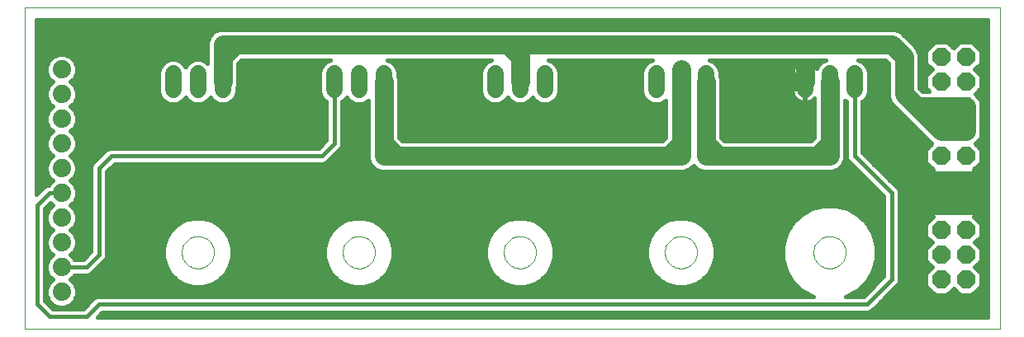
<source format=gbl>
G75*
%MOIN*%
%OFA0B0*%
%FSLAX24Y24*%
%IPPOS*%
%LPD*%
%AMOC8*
5,1,8,0,0,1.08239X$1,22.5*
%
%ADD10C,0.0000*%
%ADD11C,0.0660*%
%ADD12OC8,0.0740*%
%ADD13C,0.0740*%
%ADD14C,0.0760*%
%ADD15C,0.0160*%
%ADD16R,0.1660X0.1660*%
D10*
X000180Y000180D02*
X000180Y013176D01*
X039550Y013176D01*
X039550Y000180D01*
X000180Y000180D01*
X006530Y003280D02*
X006532Y003330D01*
X006538Y003380D01*
X006548Y003430D01*
X006561Y003478D01*
X006578Y003526D01*
X006599Y003572D01*
X006623Y003616D01*
X006651Y003658D01*
X006682Y003698D01*
X006716Y003735D01*
X006753Y003770D01*
X006792Y003801D01*
X006833Y003830D01*
X006877Y003855D01*
X006923Y003877D01*
X006970Y003895D01*
X007018Y003909D01*
X007067Y003920D01*
X007117Y003927D01*
X007167Y003930D01*
X007218Y003929D01*
X007268Y003924D01*
X007318Y003915D01*
X007366Y003903D01*
X007414Y003886D01*
X007460Y003866D01*
X007505Y003843D01*
X007548Y003816D01*
X007588Y003786D01*
X007626Y003753D01*
X007661Y003717D01*
X007694Y003678D01*
X007723Y003637D01*
X007749Y003594D01*
X007772Y003549D01*
X007791Y003502D01*
X007806Y003454D01*
X007818Y003405D01*
X007826Y003355D01*
X007830Y003305D01*
X007830Y003255D01*
X007826Y003205D01*
X007818Y003155D01*
X007806Y003106D01*
X007791Y003058D01*
X007772Y003011D01*
X007749Y002966D01*
X007723Y002923D01*
X007694Y002882D01*
X007661Y002843D01*
X007626Y002807D01*
X007588Y002774D01*
X007548Y002744D01*
X007505Y002717D01*
X007460Y002694D01*
X007414Y002674D01*
X007366Y002657D01*
X007318Y002645D01*
X007268Y002636D01*
X007218Y002631D01*
X007167Y002630D01*
X007117Y002633D01*
X007067Y002640D01*
X007018Y002651D01*
X006970Y002665D01*
X006923Y002683D01*
X006877Y002705D01*
X006833Y002730D01*
X006792Y002759D01*
X006753Y002790D01*
X006716Y002825D01*
X006682Y002862D01*
X006651Y002902D01*
X006623Y002944D01*
X006599Y002988D01*
X006578Y003034D01*
X006561Y003082D01*
X006548Y003130D01*
X006538Y003180D01*
X006532Y003230D01*
X006530Y003280D01*
X013030Y003280D02*
X013032Y003330D01*
X013038Y003380D01*
X013048Y003430D01*
X013061Y003478D01*
X013078Y003526D01*
X013099Y003572D01*
X013123Y003616D01*
X013151Y003658D01*
X013182Y003698D01*
X013216Y003735D01*
X013253Y003770D01*
X013292Y003801D01*
X013333Y003830D01*
X013377Y003855D01*
X013423Y003877D01*
X013470Y003895D01*
X013518Y003909D01*
X013567Y003920D01*
X013617Y003927D01*
X013667Y003930D01*
X013718Y003929D01*
X013768Y003924D01*
X013818Y003915D01*
X013866Y003903D01*
X013914Y003886D01*
X013960Y003866D01*
X014005Y003843D01*
X014048Y003816D01*
X014088Y003786D01*
X014126Y003753D01*
X014161Y003717D01*
X014194Y003678D01*
X014223Y003637D01*
X014249Y003594D01*
X014272Y003549D01*
X014291Y003502D01*
X014306Y003454D01*
X014318Y003405D01*
X014326Y003355D01*
X014330Y003305D01*
X014330Y003255D01*
X014326Y003205D01*
X014318Y003155D01*
X014306Y003106D01*
X014291Y003058D01*
X014272Y003011D01*
X014249Y002966D01*
X014223Y002923D01*
X014194Y002882D01*
X014161Y002843D01*
X014126Y002807D01*
X014088Y002774D01*
X014048Y002744D01*
X014005Y002717D01*
X013960Y002694D01*
X013914Y002674D01*
X013866Y002657D01*
X013818Y002645D01*
X013768Y002636D01*
X013718Y002631D01*
X013667Y002630D01*
X013617Y002633D01*
X013567Y002640D01*
X013518Y002651D01*
X013470Y002665D01*
X013423Y002683D01*
X013377Y002705D01*
X013333Y002730D01*
X013292Y002759D01*
X013253Y002790D01*
X013216Y002825D01*
X013182Y002862D01*
X013151Y002902D01*
X013123Y002944D01*
X013099Y002988D01*
X013078Y003034D01*
X013061Y003082D01*
X013048Y003130D01*
X013038Y003180D01*
X013032Y003230D01*
X013030Y003280D01*
X019530Y003280D02*
X019532Y003330D01*
X019538Y003380D01*
X019548Y003430D01*
X019561Y003478D01*
X019578Y003526D01*
X019599Y003572D01*
X019623Y003616D01*
X019651Y003658D01*
X019682Y003698D01*
X019716Y003735D01*
X019753Y003770D01*
X019792Y003801D01*
X019833Y003830D01*
X019877Y003855D01*
X019923Y003877D01*
X019970Y003895D01*
X020018Y003909D01*
X020067Y003920D01*
X020117Y003927D01*
X020167Y003930D01*
X020218Y003929D01*
X020268Y003924D01*
X020318Y003915D01*
X020366Y003903D01*
X020414Y003886D01*
X020460Y003866D01*
X020505Y003843D01*
X020548Y003816D01*
X020588Y003786D01*
X020626Y003753D01*
X020661Y003717D01*
X020694Y003678D01*
X020723Y003637D01*
X020749Y003594D01*
X020772Y003549D01*
X020791Y003502D01*
X020806Y003454D01*
X020818Y003405D01*
X020826Y003355D01*
X020830Y003305D01*
X020830Y003255D01*
X020826Y003205D01*
X020818Y003155D01*
X020806Y003106D01*
X020791Y003058D01*
X020772Y003011D01*
X020749Y002966D01*
X020723Y002923D01*
X020694Y002882D01*
X020661Y002843D01*
X020626Y002807D01*
X020588Y002774D01*
X020548Y002744D01*
X020505Y002717D01*
X020460Y002694D01*
X020414Y002674D01*
X020366Y002657D01*
X020318Y002645D01*
X020268Y002636D01*
X020218Y002631D01*
X020167Y002630D01*
X020117Y002633D01*
X020067Y002640D01*
X020018Y002651D01*
X019970Y002665D01*
X019923Y002683D01*
X019877Y002705D01*
X019833Y002730D01*
X019792Y002759D01*
X019753Y002790D01*
X019716Y002825D01*
X019682Y002862D01*
X019651Y002902D01*
X019623Y002944D01*
X019599Y002988D01*
X019578Y003034D01*
X019561Y003082D01*
X019548Y003130D01*
X019538Y003180D01*
X019532Y003230D01*
X019530Y003280D01*
X026030Y003280D02*
X026032Y003330D01*
X026038Y003380D01*
X026048Y003430D01*
X026061Y003478D01*
X026078Y003526D01*
X026099Y003572D01*
X026123Y003616D01*
X026151Y003658D01*
X026182Y003698D01*
X026216Y003735D01*
X026253Y003770D01*
X026292Y003801D01*
X026333Y003830D01*
X026377Y003855D01*
X026423Y003877D01*
X026470Y003895D01*
X026518Y003909D01*
X026567Y003920D01*
X026617Y003927D01*
X026667Y003930D01*
X026718Y003929D01*
X026768Y003924D01*
X026818Y003915D01*
X026866Y003903D01*
X026914Y003886D01*
X026960Y003866D01*
X027005Y003843D01*
X027048Y003816D01*
X027088Y003786D01*
X027126Y003753D01*
X027161Y003717D01*
X027194Y003678D01*
X027223Y003637D01*
X027249Y003594D01*
X027272Y003549D01*
X027291Y003502D01*
X027306Y003454D01*
X027318Y003405D01*
X027326Y003355D01*
X027330Y003305D01*
X027330Y003255D01*
X027326Y003205D01*
X027318Y003155D01*
X027306Y003106D01*
X027291Y003058D01*
X027272Y003011D01*
X027249Y002966D01*
X027223Y002923D01*
X027194Y002882D01*
X027161Y002843D01*
X027126Y002807D01*
X027088Y002774D01*
X027048Y002744D01*
X027005Y002717D01*
X026960Y002694D01*
X026914Y002674D01*
X026866Y002657D01*
X026818Y002645D01*
X026768Y002636D01*
X026718Y002631D01*
X026667Y002630D01*
X026617Y002633D01*
X026567Y002640D01*
X026518Y002651D01*
X026470Y002665D01*
X026423Y002683D01*
X026377Y002705D01*
X026333Y002730D01*
X026292Y002759D01*
X026253Y002790D01*
X026216Y002825D01*
X026182Y002862D01*
X026151Y002902D01*
X026123Y002944D01*
X026099Y002988D01*
X026078Y003034D01*
X026061Y003082D01*
X026048Y003130D01*
X026038Y003180D01*
X026032Y003230D01*
X026030Y003280D01*
X032030Y003280D02*
X032032Y003330D01*
X032038Y003380D01*
X032048Y003430D01*
X032061Y003478D01*
X032078Y003526D01*
X032099Y003572D01*
X032123Y003616D01*
X032151Y003658D01*
X032182Y003698D01*
X032216Y003735D01*
X032253Y003770D01*
X032292Y003801D01*
X032333Y003830D01*
X032377Y003855D01*
X032423Y003877D01*
X032470Y003895D01*
X032518Y003909D01*
X032567Y003920D01*
X032617Y003927D01*
X032667Y003930D01*
X032718Y003929D01*
X032768Y003924D01*
X032818Y003915D01*
X032866Y003903D01*
X032914Y003886D01*
X032960Y003866D01*
X033005Y003843D01*
X033048Y003816D01*
X033088Y003786D01*
X033126Y003753D01*
X033161Y003717D01*
X033194Y003678D01*
X033223Y003637D01*
X033249Y003594D01*
X033272Y003549D01*
X033291Y003502D01*
X033306Y003454D01*
X033318Y003405D01*
X033326Y003355D01*
X033330Y003305D01*
X033330Y003255D01*
X033326Y003205D01*
X033318Y003155D01*
X033306Y003106D01*
X033291Y003058D01*
X033272Y003011D01*
X033249Y002966D01*
X033223Y002923D01*
X033194Y002882D01*
X033161Y002843D01*
X033126Y002807D01*
X033088Y002774D01*
X033048Y002744D01*
X033005Y002717D01*
X032960Y002694D01*
X032914Y002674D01*
X032866Y002657D01*
X032818Y002645D01*
X032768Y002636D01*
X032718Y002631D01*
X032667Y002630D01*
X032617Y002633D01*
X032567Y002640D01*
X032518Y002651D01*
X032470Y002665D01*
X032423Y002683D01*
X032377Y002705D01*
X032333Y002730D01*
X032292Y002759D01*
X032253Y002790D01*
X032216Y002825D01*
X032182Y002862D01*
X032151Y002902D01*
X032123Y002944D01*
X032099Y002988D01*
X032078Y003034D01*
X032061Y003082D01*
X032048Y003130D01*
X032038Y003180D01*
X032032Y003230D01*
X032030Y003280D01*
D11*
X031680Y009850D02*
X031680Y010510D01*
X032680Y010510D02*
X032680Y009850D01*
X033680Y009850D02*
X033680Y010510D01*
X027680Y010510D02*
X027680Y009850D01*
X026680Y009850D02*
X026680Y010510D01*
X025680Y010510D02*
X025680Y009850D01*
X021180Y009850D02*
X021180Y010510D01*
X020180Y010510D02*
X020180Y009850D01*
X019180Y009850D02*
X019180Y010510D01*
X014680Y010510D02*
X014680Y009850D01*
X013680Y009850D02*
X013680Y010510D01*
X012680Y010510D02*
X012680Y009850D01*
X008180Y009850D02*
X008180Y010510D01*
X007180Y010510D02*
X007180Y009850D01*
X006180Y009850D02*
X006180Y010510D01*
D12*
X037180Y010180D03*
X038180Y010180D03*
X038180Y011180D03*
X037180Y011180D03*
X037180Y009180D03*
X038180Y009180D03*
X038180Y008180D03*
X037180Y008180D03*
X037180Y007180D03*
X038180Y007180D03*
X038180Y006180D03*
X037180Y006180D03*
X037180Y005180D03*
X038180Y005180D03*
X038180Y004180D03*
X037180Y004180D03*
X037180Y003180D03*
X038180Y003180D03*
X038180Y002180D03*
X037180Y002180D03*
D13*
X001680Y001680D03*
X001680Y002680D03*
X001680Y003680D03*
X001680Y004680D03*
X001680Y005680D03*
X001680Y006680D03*
X001680Y007680D03*
X001680Y008680D03*
X001680Y009680D03*
X001680Y010680D03*
D14*
X008180Y010180D02*
X008180Y011180D01*
X008180Y011680D01*
X008680Y011680D01*
X019680Y011680D01*
X020180Y011680D01*
X035180Y011680D01*
X035680Y011180D01*
X035680Y009680D01*
X036180Y009180D01*
X037180Y008180D01*
X037680Y008680D01*
X037680Y009180D01*
X038180Y009180D01*
X038180Y008180D01*
X037180Y008180D01*
X037180Y009180D01*
X037680Y008680D01*
X037680Y009180D02*
X037180Y009180D01*
X036180Y009180D01*
X032680Y010180D02*
X032680Y007180D01*
X032180Y007180D01*
X028180Y007180D01*
X027680Y007680D01*
X027680Y007180D01*
X028180Y007180D01*
X027680Y007680D02*
X027680Y010180D01*
X026680Y010680D02*
X026680Y007680D01*
X026680Y007180D01*
X026180Y007180D01*
X026680Y007680D01*
X026180Y007180D02*
X015180Y007180D01*
X014680Y007180D01*
X014680Y007680D01*
X015180Y007180D01*
X014680Y007680D02*
X014680Y010180D01*
X019680Y011680D02*
X020180Y011180D01*
X020180Y010180D01*
X020180Y011680D01*
X030680Y010180D02*
X031680Y010180D01*
X031680Y010680D01*
X032680Y010180D02*
X032680Y007680D01*
X032180Y007180D01*
X036180Y006180D02*
X037180Y006180D01*
X038180Y006180D01*
X038180Y005180D01*
X037680Y005680D01*
X037180Y005180D02*
X036180Y005180D01*
X037180Y005180D02*
X037180Y006180D01*
X038180Y006180D02*
X038680Y006180D01*
X038680Y005180D01*
X038180Y005180D01*
X037180Y005180D01*
X008680Y011680D02*
X008180Y011180D01*
D15*
X007560Y011117D02*
X002106Y011117D01*
X002026Y011197D02*
X001801Y011290D01*
X001559Y011290D01*
X001334Y011197D01*
X001163Y011026D01*
X001070Y010801D01*
X001070Y010559D01*
X001163Y010334D01*
X001317Y010180D01*
X001163Y010026D01*
X001070Y009801D01*
X001070Y009559D01*
X001163Y009334D01*
X001317Y009180D01*
X001163Y009026D01*
X001070Y008801D01*
X001070Y008559D01*
X001163Y008334D01*
X001317Y008180D01*
X001163Y008026D01*
X001070Y007801D01*
X001070Y007559D01*
X001163Y007334D01*
X001317Y007180D01*
X001163Y007026D01*
X001070Y006801D01*
X001070Y006559D01*
X001163Y006334D01*
X001317Y006180D01*
X001163Y006026D01*
X001152Y006000D01*
X001116Y006000D01*
X000999Y005951D01*
X000660Y005613D01*
X000660Y012696D01*
X039070Y012696D01*
X039070Y000660D01*
X003113Y000660D01*
X003313Y000860D01*
X034244Y000860D01*
X034361Y000909D01*
X034451Y000999D01*
X035361Y001909D01*
X035451Y001999D01*
X035500Y002116D01*
X035500Y005744D01*
X035451Y005861D01*
X034000Y007313D01*
X034000Y009366D01*
X034003Y009367D01*
X034163Y009527D01*
X034250Y009737D01*
X034250Y010623D01*
X034163Y010833D01*
X034003Y010993D01*
X033842Y011060D01*
X034923Y011060D01*
X035060Y010923D01*
X035060Y009557D01*
X035154Y009329D01*
X035654Y008829D01*
X036810Y007673D01*
X036570Y007433D01*
X036570Y006927D01*
X036860Y006638D01*
X036630Y006408D01*
X036630Y006200D01*
X037160Y006200D01*
X037160Y006160D01*
X036630Y006160D01*
X036630Y005952D01*
X036902Y005680D01*
X036630Y005408D01*
X036630Y005200D01*
X037160Y005200D01*
X037160Y006160D01*
X037200Y006160D01*
X037200Y006200D01*
X037730Y006200D01*
X038160Y006200D01*
X038160Y006160D01*
X038200Y006160D01*
X038200Y006200D01*
X038730Y006200D01*
X038730Y006408D01*
X038500Y006638D01*
X038790Y006927D01*
X038790Y007433D01*
X038550Y007673D01*
X038706Y007829D01*
X038716Y007853D01*
X038790Y007927D01*
X038790Y008033D01*
X038800Y008057D01*
X038800Y009303D01*
X038790Y009327D01*
X038790Y009433D01*
X038716Y009507D01*
X038706Y009531D01*
X038550Y009687D01*
X038790Y009927D01*
X038790Y010433D01*
X038543Y010680D01*
X038790Y010927D01*
X038790Y011433D01*
X038433Y011790D01*
X037927Y011790D01*
X037680Y011543D01*
X037433Y011790D01*
X036927Y011790D01*
X036570Y011433D01*
X036570Y010927D01*
X036817Y010680D01*
X036570Y010433D01*
X036570Y009927D01*
X036697Y009800D01*
X036437Y009800D01*
X036300Y009937D01*
X036300Y011303D01*
X036206Y011531D01*
X036031Y011706D01*
X035531Y012206D01*
X035303Y012300D01*
X008057Y012300D01*
X007829Y012206D01*
X007654Y012031D01*
X007560Y011803D01*
X007560Y010936D01*
X007503Y010993D01*
X007293Y011080D01*
X007067Y011080D01*
X006857Y010993D01*
X006697Y010833D01*
X006680Y010792D01*
X006663Y010833D01*
X006503Y010993D01*
X006293Y011080D01*
X006067Y011080D01*
X005857Y010993D01*
X005697Y010833D01*
X005610Y010623D01*
X005610Y009737D01*
X005697Y009527D01*
X005857Y009367D01*
X006067Y009280D01*
X006293Y009280D01*
X006503Y009367D01*
X006663Y009527D01*
X006680Y009568D01*
X006697Y009527D01*
X006857Y009367D01*
X007067Y009280D01*
X007293Y009280D01*
X007503Y009367D01*
X007663Y009527D01*
X007680Y009568D01*
X007697Y009527D01*
X007857Y009367D01*
X008067Y009280D01*
X008293Y009280D01*
X008503Y009367D01*
X008663Y009527D01*
X008750Y009737D01*
X008750Y009936D01*
X008800Y010057D01*
X008800Y010923D01*
X008937Y011060D01*
X012518Y011060D01*
X012357Y010993D01*
X012197Y010833D01*
X012110Y010623D01*
X012110Y009737D01*
X012197Y009527D01*
X012357Y009367D01*
X012360Y009366D01*
X012360Y007813D01*
X012047Y007500D01*
X003616Y007500D01*
X003499Y007451D01*
X003409Y007361D01*
X002909Y006861D01*
X002860Y006744D01*
X002860Y003313D01*
X002547Y003000D01*
X002208Y003000D01*
X002197Y003026D01*
X002043Y003180D01*
X002197Y003334D01*
X002290Y003559D01*
X002290Y003801D01*
X002197Y004026D01*
X002043Y004180D01*
X002197Y004334D01*
X002290Y004559D01*
X002290Y004801D01*
X002197Y005026D01*
X002043Y005180D01*
X002197Y005334D01*
X002290Y005559D01*
X002290Y005801D01*
X002197Y006026D01*
X002043Y006180D01*
X002197Y006334D01*
X002290Y006559D01*
X002290Y006801D01*
X002197Y007026D01*
X002043Y007180D01*
X002197Y007334D01*
X002290Y007559D01*
X002290Y007801D01*
X002197Y008026D01*
X002043Y008180D01*
X002197Y008334D01*
X002290Y008559D01*
X002290Y008801D01*
X002197Y009026D01*
X002043Y009180D01*
X002197Y009334D01*
X002290Y009559D01*
X002290Y009801D01*
X002197Y010026D01*
X002043Y010180D01*
X002197Y010334D01*
X002290Y010559D01*
X002290Y010801D01*
X002197Y011026D01*
X002026Y011197D01*
X001838Y011275D02*
X007560Y011275D01*
X007560Y011434D02*
X000660Y011434D01*
X000660Y011592D02*
X007560Y011592D01*
X007560Y011751D02*
X000660Y011751D01*
X000660Y011909D02*
X007604Y011909D01*
X007691Y012068D02*
X000660Y012068D01*
X000660Y012226D02*
X007878Y012226D01*
X007560Y010958D02*
X007538Y010958D01*
X006822Y010958D02*
X006538Y010958D01*
X006677Y010800D02*
X006683Y010800D01*
X005822Y010958D02*
X002225Y010958D01*
X002290Y010800D02*
X005683Y010800D01*
X005617Y010641D02*
X002290Y010641D01*
X002258Y010483D02*
X005610Y010483D01*
X005610Y010324D02*
X002187Y010324D01*
X002057Y010166D02*
X005610Y010166D01*
X005610Y010007D02*
X002205Y010007D01*
X002270Y009849D02*
X005610Y009849D01*
X005629Y009690D02*
X002290Y009690D01*
X002279Y009532D02*
X005695Y009532D01*
X005851Y009373D02*
X002213Y009373D01*
X002077Y009215D02*
X012360Y009215D01*
X012360Y009056D02*
X002167Y009056D01*
X002250Y008898D02*
X012360Y008898D01*
X012360Y008739D02*
X002290Y008739D01*
X002290Y008581D02*
X012360Y008581D01*
X012360Y008422D02*
X002233Y008422D01*
X002126Y008264D02*
X012360Y008264D01*
X012360Y008105D02*
X002118Y008105D01*
X002230Y007947D02*
X012360Y007947D01*
X012335Y007788D02*
X002290Y007788D01*
X002290Y007630D02*
X012177Y007630D01*
X012180Y007180D02*
X012680Y007680D01*
X012680Y010180D01*
X012110Y010166D02*
X008800Y010166D01*
X008800Y010324D02*
X012110Y010324D01*
X012110Y010483D02*
X008800Y010483D01*
X008800Y010641D02*
X012117Y010641D01*
X012183Y010800D02*
X008800Y010800D01*
X008835Y010958D02*
X012322Y010958D01*
X014842Y011060D02*
X019018Y011060D01*
X018857Y010993D01*
X018697Y010833D01*
X018610Y010623D01*
X018610Y009737D01*
X018697Y009527D01*
X018857Y009367D01*
X019067Y009280D01*
X019293Y009280D01*
X019503Y009367D01*
X019663Y009527D01*
X019680Y009568D01*
X019697Y009527D01*
X019857Y009367D01*
X020067Y009280D01*
X020293Y009280D01*
X020503Y009367D01*
X020663Y009527D01*
X020680Y009568D01*
X020697Y009527D01*
X020857Y009367D01*
X021067Y009280D01*
X021293Y009280D01*
X021503Y009367D01*
X021663Y009527D01*
X021750Y009737D01*
X021750Y010623D01*
X021663Y010833D01*
X021503Y010993D01*
X021342Y011060D01*
X025518Y011060D01*
X025357Y010993D01*
X025197Y010833D01*
X025110Y010623D01*
X025110Y009737D01*
X025197Y009527D01*
X025357Y009367D01*
X025567Y009280D01*
X025793Y009280D01*
X026003Y009367D01*
X026060Y009424D01*
X026060Y007937D01*
X025923Y007800D01*
X015437Y007800D01*
X015300Y007937D01*
X015300Y010303D01*
X015250Y010424D01*
X015250Y010623D01*
X015163Y010833D01*
X015003Y010993D01*
X014842Y011060D01*
X015038Y010958D02*
X018822Y010958D01*
X018683Y010800D02*
X015177Y010800D01*
X015243Y010641D02*
X018617Y010641D01*
X018610Y010483D02*
X015250Y010483D01*
X015291Y010324D02*
X018610Y010324D01*
X018610Y010166D02*
X015300Y010166D01*
X015300Y010007D02*
X018610Y010007D01*
X018610Y009849D02*
X015300Y009849D01*
X015300Y009690D02*
X018629Y009690D01*
X018695Y009532D02*
X015300Y009532D01*
X015300Y009373D02*
X018851Y009373D01*
X019509Y009373D02*
X019851Y009373D01*
X019695Y009532D02*
X019665Y009532D01*
X020509Y009373D02*
X020851Y009373D01*
X020695Y009532D02*
X020665Y009532D01*
X021509Y009373D02*
X025351Y009373D01*
X025195Y009532D02*
X021665Y009532D01*
X021731Y009690D02*
X025129Y009690D01*
X025110Y009849D02*
X021750Y009849D01*
X021750Y010007D02*
X025110Y010007D01*
X025110Y010166D02*
X021750Y010166D01*
X021750Y010324D02*
X025110Y010324D01*
X025110Y010483D02*
X021750Y010483D01*
X021743Y010641D02*
X025117Y010641D01*
X025183Y010800D02*
X021677Y010800D01*
X021538Y010958D02*
X025322Y010958D01*
X027842Y011060D02*
X032518Y011060D01*
X032357Y010993D01*
X032197Y010833D01*
X032148Y010715D01*
X032116Y010777D01*
X032069Y010842D01*
X032012Y010899D01*
X031947Y010946D01*
X031876Y010983D01*
X031799Y011007D01*
X031720Y011020D01*
X031710Y011020D01*
X031710Y010210D01*
X031650Y010210D01*
X031650Y011020D01*
X031640Y011020D01*
X031561Y011007D01*
X031484Y010983D01*
X031413Y010946D01*
X031348Y010899D01*
X031291Y010842D01*
X031244Y010777D01*
X031207Y010706D01*
X031183Y010629D01*
X031170Y010550D01*
X031170Y010210D01*
X031650Y010210D01*
X031650Y010150D01*
X031710Y010150D01*
X031710Y009340D01*
X031720Y009340D01*
X031799Y009353D01*
X031876Y009377D01*
X031947Y009414D01*
X032012Y009461D01*
X032060Y009509D01*
X032060Y007937D01*
X031923Y007800D01*
X028437Y007800D01*
X028300Y007937D01*
X028300Y010303D01*
X028250Y010424D01*
X028250Y010623D01*
X028163Y010833D01*
X028003Y010993D01*
X027842Y011060D01*
X028038Y010958D02*
X031436Y010958D01*
X031650Y010958D02*
X031710Y010958D01*
X031924Y010958D02*
X032322Y010958D01*
X032183Y010800D02*
X032100Y010800D01*
X031710Y010800D02*
X031650Y010800D01*
X031650Y010641D02*
X031710Y010641D01*
X031710Y010483D02*
X031650Y010483D01*
X031650Y010324D02*
X031710Y010324D01*
X031650Y010166D02*
X028300Y010166D01*
X028291Y010324D02*
X031170Y010324D01*
X031170Y010483D02*
X028250Y010483D01*
X028243Y010641D02*
X031186Y010641D01*
X031260Y010800D02*
X028177Y010800D01*
X028300Y010007D02*
X031170Y010007D01*
X031170Y010150D02*
X031170Y009810D01*
X031183Y009731D01*
X031207Y009654D01*
X031244Y009583D01*
X031291Y009518D01*
X031348Y009461D01*
X031413Y009414D01*
X031484Y009377D01*
X031561Y009353D01*
X031640Y009340D01*
X031650Y009340D01*
X031650Y010150D01*
X031170Y010150D01*
X031650Y010007D02*
X031710Y010007D01*
X031710Y009849D02*
X031650Y009849D01*
X031650Y009690D02*
X031710Y009690D01*
X031710Y009532D02*
X031650Y009532D01*
X031650Y009373D02*
X031710Y009373D01*
X031862Y009373D02*
X032060Y009373D01*
X031498Y009373D02*
X028300Y009373D01*
X028300Y009532D02*
X031281Y009532D01*
X031196Y009690D02*
X028300Y009690D01*
X028300Y009849D02*
X031170Y009849D01*
X032060Y009215D02*
X028300Y009215D01*
X028300Y009056D02*
X032060Y009056D01*
X032060Y008898D02*
X028300Y008898D01*
X028300Y008739D02*
X032060Y008739D01*
X032060Y008581D02*
X028300Y008581D01*
X028300Y008422D02*
X032060Y008422D01*
X032060Y008264D02*
X028300Y008264D01*
X028300Y008105D02*
X032060Y008105D01*
X032060Y007947D02*
X028300Y007947D01*
X026060Y007947D02*
X015300Y007947D01*
X015300Y008105D02*
X026060Y008105D01*
X026060Y008264D02*
X015300Y008264D01*
X015300Y008422D02*
X026060Y008422D01*
X026060Y008581D02*
X015300Y008581D01*
X015300Y008739D02*
X026060Y008739D01*
X026060Y008898D02*
X015300Y008898D01*
X015300Y009056D02*
X026060Y009056D01*
X026060Y009215D02*
X015300Y009215D01*
X014060Y009215D02*
X013000Y009215D01*
X013000Y009056D02*
X014060Y009056D01*
X014060Y008898D02*
X013000Y008898D01*
X013000Y008739D02*
X014060Y008739D01*
X014060Y008581D02*
X013000Y008581D01*
X013000Y008422D02*
X014060Y008422D01*
X014060Y008264D02*
X013000Y008264D01*
X013000Y008105D02*
X014060Y008105D01*
X014060Y007947D02*
X013000Y007947D01*
X013000Y007788D02*
X014060Y007788D01*
X014060Y007630D02*
X013000Y007630D01*
X013000Y007616D02*
X013000Y009366D01*
X013003Y009367D01*
X013163Y009527D01*
X013180Y009568D01*
X013197Y009527D01*
X013357Y009367D01*
X013567Y009280D01*
X013793Y009280D01*
X014003Y009367D01*
X014060Y009424D01*
X014060Y007057D01*
X014154Y006829D01*
X014329Y006654D01*
X014557Y006560D01*
X026803Y006560D01*
X027031Y006654D01*
X027180Y006803D01*
X027329Y006654D01*
X027557Y006560D01*
X032803Y006560D01*
X033031Y006654D01*
X033206Y006829D01*
X033300Y007057D01*
X033300Y007303D01*
X033300Y009424D01*
X033357Y009367D01*
X033360Y009366D01*
X033360Y007116D01*
X033409Y006999D01*
X033499Y006909D01*
X034860Y005547D01*
X034860Y002313D01*
X034047Y001500D01*
X033339Y001500D01*
X033410Y001519D01*
X033840Y001768D01*
X034192Y002120D01*
X034441Y002550D01*
X034570Y003031D01*
X034570Y003529D01*
X034441Y004010D01*
X034192Y004440D01*
X033840Y004792D01*
X033410Y005041D01*
X032929Y005170D01*
X032431Y005170D01*
X031950Y005041D01*
X031520Y004792D01*
X031168Y004440D01*
X030919Y004010D01*
X030790Y003529D01*
X030790Y003031D01*
X030919Y002550D01*
X031168Y002120D01*
X031520Y001768D01*
X031950Y001519D01*
X032021Y001500D01*
X003116Y001500D01*
X002999Y001451D01*
X002909Y001361D01*
X002547Y001000D01*
X001313Y001000D01*
X001000Y001313D01*
X001000Y005047D01*
X001225Y005272D01*
X001317Y005180D01*
X001163Y005026D01*
X001070Y004801D01*
X001070Y004559D01*
X001163Y004334D01*
X001317Y004180D01*
X001163Y004026D01*
X001070Y003801D01*
X001070Y003559D01*
X001163Y003334D01*
X001317Y003180D01*
X001163Y003026D01*
X001070Y002801D01*
X001070Y002559D01*
X001163Y002334D01*
X001317Y002180D01*
X001163Y002026D01*
X001070Y001801D01*
X001070Y001559D01*
X001163Y001334D01*
X001334Y001163D01*
X001559Y001070D01*
X001801Y001070D01*
X002026Y001163D01*
X002197Y001334D01*
X002290Y001559D01*
X002290Y001801D01*
X002197Y002026D01*
X002043Y002180D01*
X002197Y002334D01*
X002208Y002360D01*
X002744Y002360D01*
X002861Y002409D01*
X003361Y002909D01*
X003451Y002999D01*
X003500Y003116D01*
X003500Y006547D01*
X003813Y006860D01*
X012244Y006860D01*
X012361Y006909D01*
X012861Y007409D01*
X012951Y007499D01*
X013000Y007616D01*
X012924Y007471D02*
X014060Y007471D01*
X014060Y007313D02*
X012765Y007313D01*
X012607Y007154D02*
X014060Y007154D01*
X014085Y006996D02*
X012448Y006996D01*
X012180Y007180D02*
X003680Y007180D01*
X003180Y006680D01*
X003180Y003180D01*
X002680Y002680D01*
X001680Y002680D01*
X001070Y002716D02*
X001000Y002716D01*
X001000Y002558D02*
X001070Y002558D01*
X001136Y002399D02*
X001000Y002399D01*
X001000Y002241D02*
X001257Y002241D01*
X001219Y002082D02*
X001000Y002082D01*
X001000Y001924D02*
X001121Y001924D01*
X001070Y001765D02*
X001000Y001765D01*
X001000Y001607D02*
X001070Y001607D01*
X001116Y001448D02*
X001000Y001448D01*
X001023Y001290D02*
X001208Y001290D01*
X001182Y001131D02*
X001411Y001131D01*
X001949Y001131D02*
X002678Y001131D01*
X002837Y001290D02*
X002152Y001290D01*
X002244Y001448D02*
X002995Y001448D01*
X003180Y001180D02*
X034180Y001180D01*
X035180Y002180D01*
X035180Y005680D01*
X033680Y007180D01*
X033680Y010180D01*
X034250Y010166D02*
X035060Y010166D01*
X035060Y010324D02*
X034250Y010324D01*
X034250Y010483D02*
X035060Y010483D01*
X035060Y010641D02*
X034243Y010641D01*
X034177Y010800D02*
X035060Y010800D01*
X035025Y010958D02*
X034038Y010958D01*
X035986Y011751D02*
X036888Y011751D01*
X036729Y011592D02*
X036145Y011592D01*
X036246Y011434D02*
X036571Y011434D01*
X036570Y011275D02*
X036300Y011275D01*
X036300Y011117D02*
X036570Y011117D01*
X036570Y010958D02*
X036300Y010958D01*
X036300Y010800D02*
X036698Y010800D01*
X036778Y010641D02*
X036300Y010641D01*
X036300Y010483D02*
X036620Y010483D01*
X036570Y010324D02*
X036300Y010324D01*
X036300Y010166D02*
X036570Y010166D01*
X036570Y010007D02*
X036300Y010007D01*
X036388Y009849D02*
X036649Y009849D01*
X035136Y009373D02*
X034009Y009373D01*
X034165Y009532D02*
X035070Y009532D01*
X035060Y009690D02*
X034231Y009690D01*
X034250Y009849D02*
X035060Y009849D01*
X035060Y010007D02*
X034250Y010007D01*
X033351Y009373D02*
X033300Y009373D01*
X033300Y009215D02*
X033360Y009215D01*
X033360Y009056D02*
X033300Y009056D01*
X033300Y008898D02*
X033360Y008898D01*
X033360Y008739D02*
X033300Y008739D01*
X033300Y008581D02*
X033360Y008581D01*
X033360Y008422D02*
X033300Y008422D01*
X033300Y008264D02*
X033360Y008264D01*
X033360Y008105D02*
X033300Y008105D01*
X033300Y007947D02*
X033360Y007947D01*
X033360Y007788D02*
X033300Y007788D01*
X033300Y007630D02*
X033360Y007630D01*
X033360Y007471D02*
X033300Y007471D01*
X033300Y007313D02*
X033360Y007313D01*
X033360Y007154D02*
X033300Y007154D01*
X033275Y006996D02*
X033412Y006996D01*
X033499Y006909D02*
X033499Y006909D01*
X033570Y006837D02*
X033209Y006837D01*
X033055Y006679D02*
X033729Y006679D01*
X033887Y006520D02*
X003500Y006520D01*
X003500Y006362D02*
X034046Y006362D01*
X034204Y006203D02*
X003500Y006203D01*
X003500Y006045D02*
X034363Y006045D01*
X034521Y005886D02*
X003500Y005886D01*
X002860Y005886D02*
X002255Y005886D01*
X002178Y006045D02*
X002860Y006045D01*
X002860Y006203D02*
X002066Y006203D01*
X002208Y006362D02*
X002860Y006362D01*
X002860Y006520D02*
X002274Y006520D01*
X002290Y006679D02*
X002860Y006679D01*
X002899Y006837D02*
X002275Y006837D01*
X002210Y006996D02*
X003043Y006996D01*
X003201Y007154D02*
X002069Y007154D01*
X002175Y007313D02*
X003360Y007313D01*
X003546Y007471D02*
X002254Y007471D01*
X001291Y007154D02*
X000660Y007154D01*
X000660Y006996D02*
X001150Y006996D01*
X001085Y006837D02*
X000660Y006837D01*
X000660Y006679D02*
X001070Y006679D01*
X001086Y006520D02*
X000660Y006520D01*
X000660Y006362D02*
X001152Y006362D01*
X001294Y006203D02*
X000660Y006203D01*
X000660Y006045D02*
X001182Y006045D01*
X000933Y005886D02*
X000660Y005886D01*
X000660Y005728D02*
X000775Y005728D01*
X001180Y005680D02*
X000680Y005180D01*
X000680Y001180D01*
X001180Y000680D01*
X002680Y000680D01*
X003180Y001180D01*
X003267Y000814D02*
X039070Y000814D01*
X039070Y000973D02*
X034425Y000973D01*
X034451Y000999D02*
X034451Y000999D01*
X034584Y001131D02*
X039070Y001131D01*
X039070Y001290D02*
X034742Y001290D01*
X034901Y001448D02*
X039070Y001448D01*
X039070Y001607D02*
X038469Y001607D01*
X038433Y001570D02*
X037927Y001570D01*
X037680Y001817D01*
X037433Y001570D01*
X036927Y001570D01*
X036570Y001927D01*
X036570Y002433D01*
X036817Y002680D01*
X036570Y002927D01*
X036570Y003433D01*
X036817Y003680D01*
X036570Y003927D01*
X036570Y004433D01*
X036860Y004722D01*
X036630Y004952D01*
X036630Y005160D01*
X037160Y005160D01*
X037160Y005200D01*
X037200Y005200D01*
X037730Y005200D01*
X038160Y005200D01*
X038160Y006160D01*
X037200Y006160D01*
X037200Y005630D01*
X037200Y005200D01*
X037200Y005160D01*
X038160Y005160D01*
X038160Y005200D01*
X038200Y005200D01*
X038730Y005200D01*
X038730Y005408D01*
X038458Y005680D01*
X038730Y005952D01*
X038730Y006160D01*
X038200Y006160D01*
X038200Y005630D01*
X038200Y005200D01*
X038200Y005160D01*
X038730Y005160D01*
X038730Y004952D01*
X038500Y004722D01*
X038790Y004433D01*
X038790Y003927D01*
X038543Y003680D01*
X038790Y003433D01*
X038790Y002927D01*
X038543Y002680D01*
X038790Y002433D01*
X038790Y001927D01*
X038433Y001570D01*
X037891Y001607D02*
X037469Y001607D01*
X037628Y001765D02*
X037732Y001765D01*
X036891Y001607D02*
X035059Y001607D01*
X035218Y001765D02*
X036732Y001765D01*
X036574Y001924D02*
X035376Y001924D01*
X035361Y001909D02*
X035361Y001909D01*
X035486Y002082D02*
X036570Y002082D01*
X036570Y002241D02*
X035500Y002241D01*
X035500Y002399D02*
X036570Y002399D01*
X036695Y002558D02*
X035500Y002558D01*
X035500Y002716D02*
X036781Y002716D01*
X036623Y002875D02*
X035500Y002875D01*
X035500Y003033D02*
X036570Y003033D01*
X036570Y003192D02*
X035500Y003192D01*
X035500Y003350D02*
X036570Y003350D01*
X036646Y003509D02*
X035500Y003509D01*
X035500Y003667D02*
X036804Y003667D01*
X036672Y003826D02*
X035500Y003826D01*
X035500Y003984D02*
X036570Y003984D01*
X036570Y004143D02*
X035500Y004143D01*
X035500Y004301D02*
X036570Y004301D01*
X036597Y004460D02*
X035500Y004460D01*
X035500Y004618D02*
X036755Y004618D01*
X036806Y004777D02*
X035500Y004777D01*
X035500Y004935D02*
X036647Y004935D01*
X036630Y005094D02*
X035500Y005094D01*
X035500Y005252D02*
X036630Y005252D01*
X036633Y005411D02*
X035500Y005411D01*
X035500Y005569D02*
X036791Y005569D01*
X036855Y005728D02*
X035500Y005728D01*
X035427Y005886D02*
X036696Y005886D01*
X036630Y006045D02*
X035268Y006045D01*
X035110Y006203D02*
X036630Y006203D01*
X036630Y006362D02*
X034951Y006362D01*
X034793Y006520D02*
X036742Y006520D01*
X036819Y006679D02*
X034634Y006679D01*
X034476Y006837D02*
X036660Y006837D01*
X036570Y006996D02*
X034317Y006996D01*
X034159Y007154D02*
X036570Y007154D01*
X036570Y007313D02*
X034000Y007313D01*
X034000Y007471D02*
X036608Y007471D01*
X036767Y007630D02*
X034000Y007630D01*
X034000Y007788D02*
X036695Y007788D01*
X036537Y007947D02*
X034000Y007947D01*
X034000Y008105D02*
X036378Y008105D01*
X036220Y008264D02*
X034000Y008264D01*
X034000Y008422D02*
X036061Y008422D01*
X035903Y008581D02*
X034000Y008581D01*
X034000Y008739D02*
X035744Y008739D01*
X035654Y008829D02*
X035654Y008829D01*
X035586Y008898D02*
X034000Y008898D01*
X034000Y009056D02*
X035427Y009056D01*
X035269Y009215D02*
X034000Y009215D01*
X038553Y009690D02*
X039070Y009690D01*
X039070Y009532D02*
X038705Y009532D01*
X038790Y009373D02*
X039070Y009373D01*
X039070Y009215D02*
X038800Y009215D01*
X038800Y009056D02*
X039070Y009056D01*
X039070Y008898D02*
X038800Y008898D01*
X038800Y008739D02*
X039070Y008739D01*
X039070Y008581D02*
X038800Y008581D01*
X038800Y008422D02*
X039070Y008422D01*
X039070Y008264D02*
X038800Y008264D01*
X038800Y008105D02*
X039070Y008105D01*
X039070Y007947D02*
X038790Y007947D01*
X038665Y007788D02*
X039070Y007788D01*
X039070Y007630D02*
X038593Y007630D01*
X038752Y007471D02*
X039070Y007471D01*
X039070Y007313D02*
X038790Y007313D01*
X038790Y007154D02*
X039070Y007154D01*
X039070Y006996D02*
X038790Y006996D01*
X038700Y006837D02*
X039070Y006837D01*
X039070Y006679D02*
X038541Y006679D01*
X038618Y006520D02*
X039070Y006520D01*
X039070Y006362D02*
X038730Y006362D01*
X038730Y006203D02*
X039070Y006203D01*
X039070Y006045D02*
X038730Y006045D01*
X038664Y005886D02*
X039070Y005886D01*
X039070Y005728D02*
X038505Y005728D01*
X038569Y005569D02*
X039070Y005569D01*
X039070Y005411D02*
X038727Y005411D01*
X038730Y005252D02*
X039070Y005252D01*
X039070Y005094D02*
X038730Y005094D01*
X038713Y004935D02*
X039070Y004935D01*
X039070Y004777D02*
X038554Y004777D01*
X038605Y004618D02*
X039070Y004618D01*
X039070Y004460D02*
X038763Y004460D01*
X038790Y004301D02*
X039070Y004301D01*
X039070Y004143D02*
X038790Y004143D01*
X038790Y003984D02*
X039070Y003984D01*
X039070Y003826D02*
X038688Y003826D01*
X038556Y003667D02*
X039070Y003667D01*
X039070Y003509D02*
X038714Y003509D01*
X038790Y003350D02*
X039070Y003350D01*
X039070Y003192D02*
X038790Y003192D01*
X038790Y003033D02*
X039070Y003033D01*
X039070Y002875D02*
X038737Y002875D01*
X038579Y002716D02*
X039070Y002716D01*
X039070Y002558D02*
X038665Y002558D01*
X038790Y002399D02*
X039070Y002399D01*
X039070Y002241D02*
X038790Y002241D01*
X038790Y002082D02*
X039070Y002082D01*
X039070Y001924D02*
X038786Y001924D01*
X038628Y001765D02*
X039070Y001765D01*
X034860Y002399D02*
X034354Y002399D01*
X034262Y002241D02*
X034788Y002241D01*
X034629Y002082D02*
X034155Y002082D01*
X033996Y001924D02*
X034471Y001924D01*
X034312Y001765D02*
X033836Y001765D01*
X033561Y001607D02*
X034154Y001607D01*
X031799Y001607D02*
X002290Y001607D01*
X002290Y001765D02*
X031524Y001765D01*
X031364Y001924D02*
X026988Y001924D01*
X026863Y001890D02*
X027217Y001985D01*
X027533Y002168D01*
X027792Y002427D01*
X027975Y002743D01*
X028070Y003097D01*
X028070Y003463D01*
X027975Y003817D01*
X027792Y004133D01*
X027533Y004392D01*
X027217Y004575D01*
X026863Y004670D01*
X026497Y004670D01*
X026143Y004575D01*
X025827Y004392D01*
X025568Y004133D01*
X025385Y003817D01*
X025290Y003463D01*
X025290Y003097D01*
X025385Y002743D01*
X025568Y002427D01*
X025827Y002168D01*
X026143Y001985D01*
X026497Y001890D01*
X026863Y001890D01*
X026372Y001924D02*
X020488Y001924D01*
X020363Y001890D02*
X020717Y001985D01*
X021033Y002168D01*
X021292Y002427D01*
X021475Y002743D01*
X021570Y003097D01*
X021570Y003463D01*
X021475Y003817D01*
X021292Y004133D01*
X021033Y004392D01*
X020717Y004575D01*
X020363Y004670D01*
X019997Y004670D01*
X019643Y004575D01*
X019327Y004392D01*
X019068Y004133D01*
X018885Y003817D01*
X018790Y003463D01*
X018790Y003097D01*
X018885Y002743D01*
X019068Y002427D01*
X019327Y002168D01*
X019643Y001985D01*
X019997Y001890D01*
X020363Y001890D01*
X020885Y002082D02*
X025975Y002082D01*
X025754Y002241D02*
X021106Y002241D01*
X021265Y002399D02*
X025595Y002399D01*
X025492Y002558D02*
X021368Y002558D01*
X021459Y002716D02*
X025401Y002716D01*
X025350Y002875D02*
X021510Y002875D01*
X021553Y003033D02*
X025307Y003033D01*
X025290Y003192D02*
X021570Y003192D01*
X021570Y003350D02*
X025290Y003350D01*
X025302Y003509D02*
X021558Y003509D01*
X021515Y003667D02*
X025345Y003667D01*
X025390Y003826D02*
X021470Y003826D01*
X021379Y003984D02*
X025481Y003984D01*
X025577Y004143D02*
X021283Y004143D01*
X021125Y004301D02*
X025735Y004301D01*
X025943Y004460D02*
X020917Y004460D01*
X020557Y004618D02*
X026303Y004618D01*
X027057Y004618D02*
X031345Y004618D01*
X031187Y004460D02*
X027417Y004460D01*
X027625Y004301D02*
X031087Y004301D01*
X030996Y004143D02*
X027783Y004143D01*
X027879Y003984D02*
X030912Y003984D01*
X030869Y003826D02*
X027970Y003826D01*
X028015Y003667D02*
X030827Y003667D01*
X030790Y003509D02*
X028058Y003509D01*
X028070Y003350D02*
X030790Y003350D01*
X030790Y003192D02*
X028070Y003192D01*
X028053Y003033D02*
X030790Y003033D01*
X030832Y002875D02*
X028010Y002875D01*
X027959Y002716D02*
X030874Y002716D01*
X030917Y002558D02*
X027868Y002558D01*
X027765Y002399D02*
X031006Y002399D01*
X031098Y002241D02*
X027606Y002241D01*
X027385Y002082D02*
X031205Y002082D01*
X034443Y002558D02*
X034860Y002558D01*
X034860Y002716D02*
X034486Y002716D01*
X034528Y002875D02*
X034860Y002875D01*
X034860Y003033D02*
X034570Y003033D01*
X034570Y003192D02*
X034860Y003192D01*
X034860Y003350D02*
X034570Y003350D01*
X034570Y003509D02*
X034860Y003509D01*
X034860Y003667D02*
X034533Y003667D01*
X034491Y003826D02*
X034860Y003826D01*
X034860Y003984D02*
X034448Y003984D01*
X034364Y004143D02*
X034860Y004143D01*
X034860Y004301D02*
X034273Y004301D01*
X034173Y004460D02*
X034860Y004460D01*
X034860Y004618D02*
X034015Y004618D01*
X033856Y004777D02*
X034860Y004777D01*
X034860Y004935D02*
X033593Y004935D01*
X033214Y005094D02*
X034860Y005094D01*
X034860Y005252D02*
X003500Y005252D01*
X003500Y005094D02*
X032146Y005094D01*
X031767Y004935D02*
X003500Y004935D01*
X003500Y004777D02*
X031504Y004777D01*
X034680Y005728D02*
X003500Y005728D01*
X003500Y005569D02*
X034838Y005569D01*
X034860Y005411D02*
X003500Y005411D01*
X002860Y005411D02*
X002229Y005411D01*
X002290Y005569D02*
X002860Y005569D01*
X002860Y005728D02*
X002290Y005728D01*
X001680Y005680D02*
X001180Y005680D01*
X001205Y005252D02*
X001245Y005252D01*
X001231Y005094D02*
X001046Y005094D01*
X001000Y004935D02*
X001125Y004935D01*
X001070Y004777D02*
X001000Y004777D01*
X001000Y004618D02*
X001070Y004618D01*
X001111Y004460D02*
X001000Y004460D01*
X001000Y004301D02*
X001196Y004301D01*
X001280Y004143D02*
X001000Y004143D01*
X001000Y003984D02*
X001146Y003984D01*
X001080Y003826D02*
X001000Y003826D01*
X001000Y003667D02*
X001070Y003667D01*
X001091Y003509D02*
X001000Y003509D01*
X001000Y003350D02*
X001156Y003350D01*
X001306Y003192D02*
X001000Y003192D01*
X001000Y003033D02*
X001170Y003033D01*
X001100Y002875D02*
X001000Y002875D01*
X002054Y003192D02*
X002739Y003192D01*
X002580Y003033D02*
X002190Y003033D01*
X003169Y002716D02*
X005901Y002716D01*
X005885Y002743D02*
X006068Y002427D01*
X006327Y002168D01*
X006643Y001985D01*
X006997Y001890D01*
X007363Y001890D01*
X007717Y001985D01*
X008033Y002168D01*
X008292Y002427D01*
X008475Y002743D01*
X008570Y003097D01*
X008570Y003463D01*
X008475Y003817D01*
X008292Y004133D01*
X008033Y004392D01*
X007717Y004575D01*
X007363Y004670D01*
X006997Y004670D01*
X006643Y004575D01*
X006327Y004392D01*
X006068Y004133D01*
X005885Y003817D01*
X005790Y003463D01*
X005790Y003097D01*
X005885Y002743D01*
X005850Y002875D02*
X003327Y002875D01*
X003465Y003033D02*
X005807Y003033D01*
X005790Y003192D02*
X003500Y003192D01*
X003500Y003350D02*
X005790Y003350D01*
X005802Y003509D02*
X003500Y003509D01*
X003500Y003667D02*
X005845Y003667D01*
X005890Y003826D02*
X003500Y003826D01*
X003500Y003984D02*
X005981Y003984D01*
X006077Y004143D02*
X003500Y004143D01*
X003500Y004301D02*
X006235Y004301D01*
X006443Y004460D02*
X003500Y004460D01*
X003500Y004618D02*
X006803Y004618D01*
X007557Y004618D02*
X013303Y004618D01*
X013143Y004575D02*
X013497Y004670D01*
X013863Y004670D01*
X014217Y004575D01*
X014533Y004392D01*
X014792Y004133D01*
X014975Y003817D01*
X015070Y003463D01*
X015070Y003097D01*
X014975Y002743D01*
X014792Y002427D01*
X014533Y002168D01*
X014217Y001985D01*
X013863Y001890D01*
X013497Y001890D01*
X013143Y001985D01*
X012827Y002168D01*
X012568Y002427D01*
X012385Y002743D01*
X012290Y003097D01*
X012290Y003463D01*
X012385Y003817D01*
X012568Y004133D01*
X012827Y004392D01*
X013143Y004575D01*
X012943Y004460D02*
X007917Y004460D01*
X008125Y004301D02*
X012735Y004301D01*
X012577Y004143D02*
X008283Y004143D01*
X008379Y003984D02*
X012481Y003984D01*
X012390Y003826D02*
X008470Y003826D01*
X008515Y003667D02*
X012345Y003667D01*
X012302Y003509D02*
X008558Y003509D01*
X008570Y003350D02*
X012290Y003350D01*
X012290Y003192D02*
X008570Y003192D01*
X008553Y003033D02*
X012307Y003033D01*
X012350Y002875D02*
X008510Y002875D01*
X008459Y002716D02*
X012401Y002716D01*
X012492Y002558D02*
X008368Y002558D01*
X008265Y002399D02*
X012595Y002399D01*
X012754Y002241D02*
X008106Y002241D01*
X007885Y002082D02*
X012975Y002082D01*
X013372Y001924D02*
X007488Y001924D01*
X006872Y001924D02*
X002239Y001924D01*
X002141Y002082D02*
X006475Y002082D01*
X006254Y002241D02*
X002103Y002241D01*
X002838Y002399D02*
X006095Y002399D01*
X005992Y002558D02*
X003010Y002558D01*
X002860Y003350D02*
X002204Y003350D01*
X002269Y003509D02*
X002860Y003509D01*
X002860Y003667D02*
X002290Y003667D01*
X002280Y003826D02*
X002860Y003826D01*
X002860Y003984D02*
X002214Y003984D01*
X002080Y004143D02*
X002860Y004143D01*
X002860Y004301D02*
X002164Y004301D01*
X002249Y004460D02*
X002860Y004460D01*
X002860Y004618D02*
X002290Y004618D01*
X002290Y004777D02*
X002860Y004777D01*
X002860Y004935D02*
X002235Y004935D01*
X002129Y005094D02*
X002860Y005094D01*
X002860Y005252D02*
X002115Y005252D01*
X003631Y006679D02*
X014305Y006679D01*
X014151Y006837D02*
X003790Y006837D01*
X001185Y007313D02*
X000660Y007313D01*
X000660Y007471D02*
X001106Y007471D01*
X001070Y007630D02*
X000660Y007630D01*
X000660Y007788D02*
X001070Y007788D01*
X001130Y007947D02*
X000660Y007947D01*
X000660Y008105D02*
X001242Y008105D01*
X001234Y008264D02*
X000660Y008264D01*
X000660Y008422D02*
X001127Y008422D01*
X001070Y008581D02*
X000660Y008581D01*
X000660Y008739D02*
X001070Y008739D01*
X001110Y008898D02*
X000660Y008898D01*
X000660Y009056D02*
X001193Y009056D01*
X001283Y009215D02*
X000660Y009215D01*
X000660Y009373D02*
X001147Y009373D01*
X001081Y009532D02*
X000660Y009532D01*
X000660Y009690D02*
X001070Y009690D01*
X001090Y009849D02*
X000660Y009849D01*
X000660Y010007D02*
X001155Y010007D01*
X001303Y010166D02*
X000660Y010166D01*
X000660Y010324D02*
X001173Y010324D01*
X001102Y010483D02*
X000660Y010483D01*
X000660Y010641D02*
X001070Y010641D01*
X001070Y010800D02*
X000660Y010800D01*
X000660Y010958D02*
X001135Y010958D01*
X001254Y011117D02*
X000660Y011117D01*
X000660Y011275D02*
X001522Y011275D01*
X000660Y012385D02*
X039070Y012385D01*
X039070Y012543D02*
X000660Y012543D01*
X008750Y009849D02*
X012110Y009849D01*
X012110Y010007D02*
X008779Y010007D01*
X008731Y009690D02*
X012129Y009690D01*
X012195Y009532D02*
X008665Y009532D01*
X008509Y009373D02*
X012351Y009373D01*
X013009Y009373D02*
X013351Y009373D01*
X013195Y009532D02*
X013165Y009532D01*
X014009Y009373D02*
X014060Y009373D01*
X007851Y009373D02*
X007509Y009373D01*
X007665Y009532D02*
X007695Y009532D01*
X006851Y009373D02*
X006509Y009373D01*
X006665Y009532D02*
X006695Y009532D01*
X014057Y004618D02*
X019803Y004618D01*
X019443Y004460D02*
X014417Y004460D01*
X014625Y004301D02*
X019235Y004301D01*
X019077Y004143D02*
X014783Y004143D01*
X014879Y003984D02*
X018981Y003984D01*
X018890Y003826D02*
X014970Y003826D01*
X015015Y003667D02*
X018845Y003667D01*
X018802Y003509D02*
X015058Y003509D01*
X015070Y003350D02*
X018790Y003350D01*
X018790Y003192D02*
X015070Y003192D01*
X015053Y003033D02*
X018807Y003033D01*
X018850Y002875D02*
X015010Y002875D01*
X014959Y002716D02*
X018901Y002716D01*
X018992Y002558D02*
X014868Y002558D01*
X014765Y002399D02*
X019095Y002399D01*
X019254Y002241D02*
X014606Y002241D01*
X014385Y002082D02*
X019475Y002082D01*
X019872Y001924D02*
X013988Y001924D01*
X027055Y006679D02*
X027305Y006679D01*
X026060Y009373D02*
X026009Y009373D01*
X035482Y012226D02*
X039070Y012226D01*
X039070Y012068D02*
X035669Y012068D01*
X035828Y011909D02*
X039070Y011909D01*
X039070Y011751D02*
X038472Y011751D01*
X038631Y011592D02*
X039070Y011592D01*
X039070Y011434D02*
X038789Y011434D01*
X038790Y011275D02*
X039070Y011275D01*
X039070Y011117D02*
X038790Y011117D01*
X038790Y010958D02*
X039070Y010958D01*
X039070Y010800D02*
X038662Y010800D01*
X038582Y010641D02*
X039070Y010641D01*
X039070Y010483D02*
X038740Y010483D01*
X038790Y010324D02*
X039070Y010324D01*
X039070Y010166D02*
X038790Y010166D01*
X038790Y010007D02*
X039070Y010007D01*
X039070Y009849D02*
X038711Y009849D01*
X037729Y011592D02*
X037631Y011592D01*
X037472Y011751D02*
X037888Y011751D01*
X038160Y006045D02*
X038200Y006045D01*
X038200Y005886D02*
X038160Y005886D01*
X037902Y005680D02*
X037680Y005902D01*
X037458Y005680D01*
X037680Y005458D01*
X037902Y005680D01*
X037855Y005728D02*
X037505Y005728D01*
X037569Y005569D02*
X037791Y005569D01*
X038160Y005569D02*
X038200Y005569D01*
X038200Y005411D02*
X038160Y005411D01*
X038160Y005252D02*
X038200Y005252D01*
X037200Y005252D02*
X037160Y005252D01*
X037160Y005411D02*
X037200Y005411D01*
X037200Y005569D02*
X037160Y005569D01*
X037160Y005728D02*
X037200Y005728D01*
X037200Y005886D02*
X037160Y005886D01*
X037160Y006045D02*
X037200Y006045D01*
X037664Y005886D02*
X037696Y005886D01*
X038160Y005728D02*
X038200Y005728D01*
D16*
X029680Y009680D03*
X023680Y009680D03*
X017180Y009680D03*
X010180Y009680D03*
X010680Y004180D03*
X023680Y004180D03*
M02*

</source>
